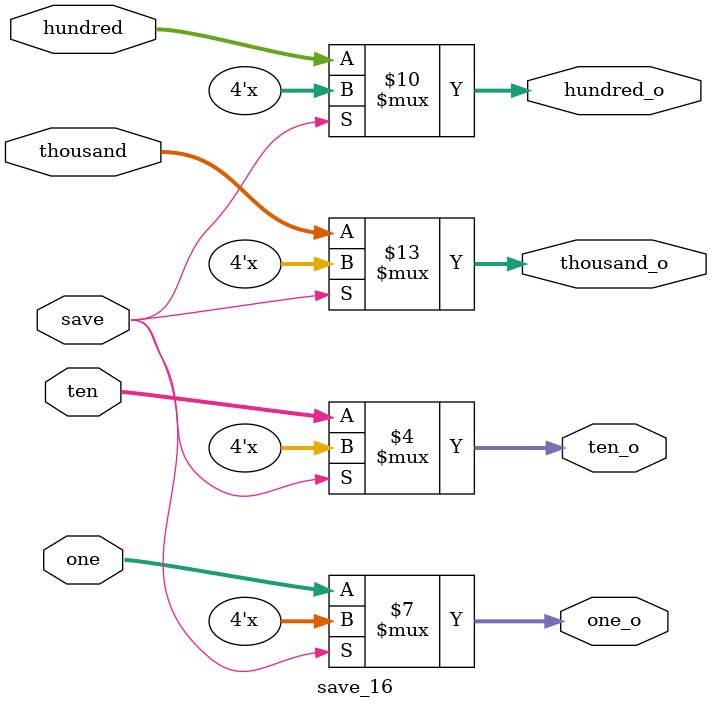
<source format=v>
`timescale 1ns / 1ps


module save_16(
input [3:0] thousand,
input [3:0] hundred,
input [3:0] ten,
input [3:0] one,
input save,
output reg [3:0] thousand_o,
output reg [3:0] hundred_o,
output reg [3:0] ten_o,
output reg [3:0] one_o
    );
always @(*) begin
    if (~save) begin
        {thousand_o[3:0], hundred_o[3:0], ten_o[3:0], one_o[3:0]} <= {thousand[3:0], hundred[3:0], ten[3:0], one[3:0]};
    end
    else begin
        thousand_o <= thousand_o;
        hundred_o <= hundred_o;
        ten_o <= ten_o;
        one_o <= one_o;
    end
end

endmodule

</source>
